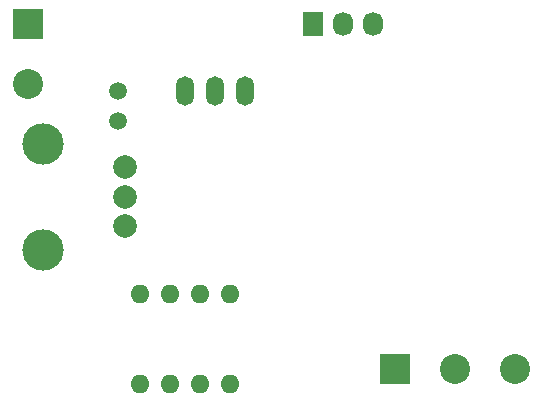
<source format=gbs>
G04 #@! TF.FileFunction,Soldermask,Bot*
%FSLAX46Y46*%
G04 Gerber Fmt 4.6, Leading zero omitted, Abs format (unit mm)*
G04 Created by KiCad (PCBNEW (2015-10-14 BZR 6269)-product) date Wednesday, October 28, 2015 'PMt' 04:42:18 PM*
%MOMM*%
G01*
G04 APERTURE LIST*
%ADD10C,0.100000*%
%ADD11C,1.501140*%
%ADD12O,1.600000X1.600000*%
%ADD13R,2.540000X2.540000*%
%ADD14C,2.540000*%
%ADD15R,1.727200X2.032000*%
%ADD16O,1.727200X2.032000*%
%ADD17O,1.501140X2.499360*%
%ADD18C,2.000000*%
%ADD19C,3.500000*%
G04 APERTURE END LIST*
D10*
D11*
X115570000Y-111760000D03*
X115570000Y-109220000D03*
D12*
X117475000Y-133985000D03*
X120015000Y-133985000D03*
X122555000Y-133985000D03*
X125095000Y-133985000D03*
X125095000Y-126365000D03*
X122555000Y-126365000D03*
X120015000Y-126365000D03*
X117475000Y-126365000D03*
D13*
X107950000Y-103505000D03*
D14*
X107950000Y-108585000D03*
D13*
X139065000Y-132715000D03*
D14*
X144145000Y-132715000D03*
X149225000Y-132715000D03*
D15*
X132080000Y-103505000D03*
D16*
X134620000Y-103505000D03*
X137160000Y-103505000D03*
D17*
X123825000Y-109220000D03*
X121285000Y-109220000D03*
X126365000Y-109220000D03*
D18*
X116205000Y-120650000D03*
X116205000Y-118150000D03*
X116205000Y-115650000D03*
D19*
X109205000Y-122650000D03*
X109205000Y-113650000D03*
M02*

</source>
